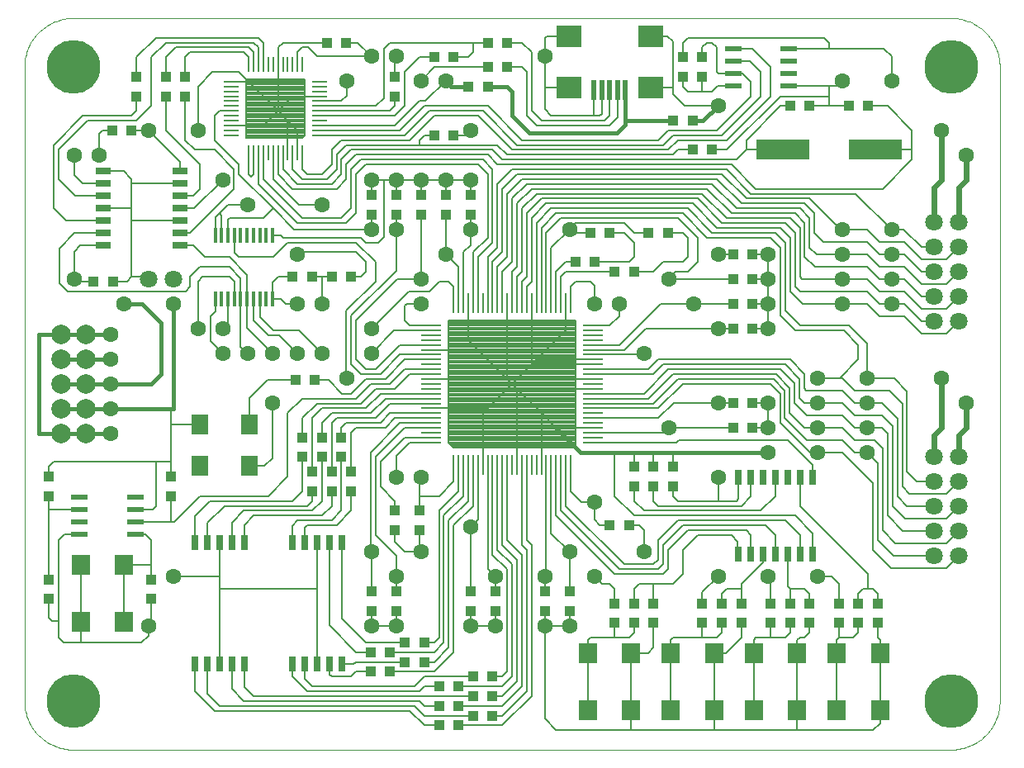
<source format=gtl>
G75*
%MOIN*%
%OFA0B0*%
%FSLAX24Y24*%
%IPPOS*%
%LPD*%
%AMOC8*
5,1,8,0,0,1.08239X$1,22.5*
%
%ADD10C,0.0000*%
%ADD11R,0.0098X0.0787*%
%ADD12R,0.0787X0.0098*%
%ADD13C,0.0787*%
%ADD14C,0.0080*%
%ADD15C,0.0630*%
%ADD16R,0.0394X0.0394*%
%ADD17R,0.0591X0.0098*%
%ADD18R,0.0098X0.0591*%
%ADD19R,0.0197X0.0787*%
%ADD20R,0.0984X0.0866*%
%ADD21R,0.0138X0.0591*%
%ADD22C,0.2165*%
%ADD23R,0.0276X0.0591*%
%ADD24R,0.0719X0.0846*%
%ADD25C,0.0709*%
%ADD26R,0.0591X0.0299*%
%ADD27R,0.0709X0.0236*%
%ADD28R,0.2165X0.0787*%
%ADD29R,0.0709X0.0787*%
%ADD30R,0.0299X0.0591*%
%ADD31C,0.0157*%
%ADD32C,0.0160*%
%ADD33C,0.0236*%
D10*
X006006Y004037D02*
X006006Y029628D01*
X006005Y029628D02*
X006007Y029714D01*
X006012Y029800D01*
X006022Y029885D01*
X006035Y029970D01*
X006052Y030054D01*
X006072Y030138D01*
X006096Y030220D01*
X006124Y030301D01*
X006155Y030382D01*
X006189Y030460D01*
X006227Y030537D01*
X006269Y030613D01*
X006313Y030686D01*
X006361Y030757D01*
X006412Y030827D01*
X006466Y030894D01*
X006522Y030958D01*
X006582Y031020D01*
X006644Y031080D01*
X006708Y031136D01*
X006775Y031190D01*
X006845Y031241D01*
X006916Y031289D01*
X006990Y031333D01*
X007065Y031375D01*
X007142Y031413D01*
X007220Y031447D01*
X007301Y031478D01*
X007382Y031506D01*
X007464Y031530D01*
X007548Y031550D01*
X007632Y031567D01*
X007717Y031580D01*
X007802Y031590D01*
X007888Y031595D01*
X007974Y031597D01*
X007974Y031596D02*
X043407Y031596D01*
X043407Y031597D02*
X043493Y031595D01*
X043579Y031590D01*
X043664Y031580D01*
X043749Y031567D01*
X043833Y031550D01*
X043917Y031530D01*
X043999Y031506D01*
X044080Y031478D01*
X044161Y031447D01*
X044239Y031413D01*
X044316Y031375D01*
X044392Y031333D01*
X044465Y031289D01*
X044536Y031241D01*
X044606Y031190D01*
X044673Y031136D01*
X044737Y031080D01*
X044799Y031020D01*
X044859Y030958D01*
X044915Y030894D01*
X044969Y030827D01*
X045020Y030757D01*
X045068Y030686D01*
X045112Y030613D01*
X045154Y030537D01*
X045192Y030460D01*
X045226Y030382D01*
X045257Y030301D01*
X045285Y030220D01*
X045309Y030138D01*
X045329Y030054D01*
X045346Y029970D01*
X045359Y029885D01*
X045369Y029800D01*
X045374Y029714D01*
X045376Y029628D01*
X045376Y004037D01*
X045374Y003951D01*
X045369Y003865D01*
X045359Y003780D01*
X045346Y003695D01*
X045329Y003611D01*
X045309Y003527D01*
X045285Y003445D01*
X045257Y003364D01*
X045226Y003283D01*
X045192Y003205D01*
X045154Y003128D01*
X045112Y003052D01*
X045068Y002979D01*
X045020Y002908D01*
X044969Y002838D01*
X044915Y002771D01*
X044859Y002707D01*
X044799Y002645D01*
X044737Y002585D01*
X044673Y002529D01*
X044606Y002475D01*
X044536Y002424D01*
X044465Y002376D01*
X044392Y002332D01*
X044316Y002290D01*
X044239Y002252D01*
X044161Y002218D01*
X044080Y002187D01*
X043999Y002159D01*
X043917Y002135D01*
X043833Y002115D01*
X043749Y002098D01*
X043664Y002085D01*
X043579Y002075D01*
X043493Y002070D01*
X043407Y002068D01*
X043407Y002069D02*
X007974Y002069D01*
X007974Y002068D02*
X007888Y002070D01*
X007802Y002075D01*
X007717Y002085D01*
X007632Y002098D01*
X007548Y002115D01*
X007464Y002135D01*
X007382Y002159D01*
X007301Y002187D01*
X007220Y002218D01*
X007142Y002252D01*
X007065Y002290D01*
X006989Y002332D01*
X006916Y002376D01*
X006845Y002424D01*
X006775Y002475D01*
X006708Y002529D01*
X006644Y002585D01*
X006582Y002645D01*
X006522Y002707D01*
X006466Y002771D01*
X006412Y002838D01*
X006361Y002908D01*
X006313Y002979D01*
X006269Y003053D01*
X006227Y003128D01*
X006189Y003205D01*
X006155Y003283D01*
X006124Y003364D01*
X006096Y003445D01*
X006072Y003527D01*
X006052Y003611D01*
X006035Y003695D01*
X006022Y003780D01*
X006012Y003865D01*
X006007Y003951D01*
X006005Y004037D01*
D11*
X023328Y013565D03*
X023525Y013565D03*
X023722Y013565D03*
X023919Y013565D03*
X024116Y013565D03*
X024313Y013565D03*
X024509Y013565D03*
X024706Y013565D03*
X024903Y013565D03*
X025100Y013565D03*
X025297Y013565D03*
X025494Y013565D03*
X025691Y013565D03*
X025887Y013565D03*
X026084Y013565D03*
X026281Y013565D03*
X026478Y013565D03*
X026675Y013565D03*
X026872Y013565D03*
X027069Y013565D03*
X027265Y013565D03*
X027462Y013565D03*
X027659Y013565D03*
X027856Y013565D03*
X028053Y013565D03*
X028053Y020100D03*
X027856Y020100D03*
X027659Y020100D03*
X027462Y020100D03*
X027265Y020100D03*
X027069Y020100D03*
X026872Y020100D03*
X026675Y020100D03*
X026478Y020100D03*
X026281Y020100D03*
X026084Y020100D03*
X025887Y020100D03*
X025691Y020100D03*
X025494Y020100D03*
X025297Y020100D03*
X025100Y020100D03*
X024903Y020100D03*
X024706Y020100D03*
X024509Y020100D03*
X024313Y020100D03*
X024116Y020100D03*
X023919Y020100D03*
X023722Y020100D03*
X023525Y020100D03*
X023328Y020100D03*
D12*
X022423Y019194D03*
X022423Y018998D03*
X022423Y018801D03*
X022423Y018604D03*
X022423Y018407D03*
X022423Y018210D03*
X022423Y018013D03*
X022423Y017817D03*
X022423Y017620D03*
X022423Y017423D03*
X022423Y017226D03*
X022423Y017029D03*
X022423Y016832D03*
X022423Y016635D03*
X022423Y016439D03*
X022423Y016242D03*
X022423Y016045D03*
X022423Y015848D03*
X022423Y015651D03*
X022423Y015454D03*
X022423Y015257D03*
X022423Y015061D03*
X022423Y014864D03*
X022423Y014667D03*
X022423Y014470D03*
X028958Y014470D03*
X028958Y014667D03*
X028958Y014864D03*
X028958Y015061D03*
X028958Y015257D03*
X028958Y015454D03*
X028958Y015651D03*
X028958Y015848D03*
X028958Y016045D03*
X028958Y016242D03*
X028958Y016439D03*
X028958Y016635D03*
X028958Y016832D03*
X028958Y017029D03*
X028958Y017226D03*
X028958Y017423D03*
X028958Y017620D03*
X028958Y017817D03*
X028958Y018013D03*
X028958Y018210D03*
X028958Y018407D03*
X028958Y018604D03*
X028958Y018801D03*
X028958Y018998D03*
X028958Y019194D03*
D13*
X008474Y018832D03*
X007474Y018832D03*
X007474Y017832D03*
X008474Y017832D03*
X008474Y016832D03*
X008474Y015832D03*
X007474Y015832D03*
X007474Y016832D03*
X007474Y014832D03*
X008474Y014832D03*
D14*
X008474Y015832D02*
X009474Y015832D01*
X009474Y016832D02*
X007580Y016832D01*
X007187Y013683D02*
X011320Y013683D01*
X011320Y011911D01*
X011177Y011767D01*
X010474Y011767D01*
X010474Y011267D02*
X011911Y011267D01*
X011911Y012305D01*
X011911Y013092D02*
X011911Y013683D01*
X011911Y015191D01*
X011911Y015832D01*
X011911Y015191D02*
X013076Y015191D01*
X011911Y013683D02*
X011320Y013683D01*
X013092Y012305D02*
X012055Y011267D01*
X011911Y011267D01*
X012880Y011502D02*
X012880Y010435D01*
X013380Y010435D02*
X013380Y011214D01*
X014076Y011911D01*
X017423Y011911D01*
X017620Y012108D01*
X017620Y012502D01*
X017226Y012502D02*
X016832Y012108D01*
X013486Y012108D01*
X012880Y011502D01*
X013092Y012305D02*
X015848Y012305D01*
X016635Y013092D01*
X016635Y015651D01*
X017226Y016242D01*
X019391Y016242D01*
X019982Y016832D01*
X020769Y016832D01*
X021360Y017423D01*
X022423Y017423D01*
X022423Y017226D02*
X021557Y017226D01*
X020966Y016635D01*
X020179Y016635D01*
X019588Y016045D01*
X017817Y016045D01*
X017226Y015454D01*
X017226Y014667D01*
X018013Y014667D02*
X018013Y015257D01*
X018407Y015651D01*
X019982Y015651D01*
X020572Y016242D01*
X022423Y016242D01*
X022423Y016439D02*
X020376Y016439D01*
X019785Y015848D01*
X018013Y015848D01*
X017620Y015454D01*
X017620Y013289D01*
X018013Y013880D02*
X018013Y012108D01*
X017620Y011714D01*
X014864Y011714D01*
X014380Y011230D01*
X014380Y010435D01*
X014880Y010435D02*
X014880Y011139D01*
X015257Y011517D01*
X018013Y011517D01*
X018407Y011911D01*
X018407Y012502D01*
X018407Y013289D02*
X018407Y015257D01*
X018604Y015454D01*
X020179Y015454D01*
X020769Y016045D01*
X022423Y016045D01*
X022423Y015848D02*
X024706Y015848D01*
X025691Y016832D01*
X025887Y017029D01*
X026478Y017620D01*
X028958Y017620D01*
X028958Y017817D02*
X026675Y017817D01*
X026478Y017620D01*
X026478Y020100D01*
X026675Y020100D02*
X026675Y023328D01*
X027265Y023919D01*
X032777Y023919D01*
X033761Y022935D01*
X036320Y022935D01*
X036714Y022541D01*
X036714Y019785D01*
X037305Y019194D01*
X039273Y019194D01*
X040006Y018462D01*
X040006Y017069D01*
X041112Y017069D01*
X041635Y016545D01*
X041635Y013289D01*
X042013Y012911D01*
X042710Y012911D01*
X043210Y012411D02*
X041726Y012411D01*
X041439Y012698D01*
X041439Y016045D01*
X040915Y016569D01*
X039506Y016569D01*
X039006Y017069D01*
X038919Y017069D01*
X039667Y017817D01*
X039667Y018407D01*
X039076Y018998D01*
X037108Y018998D01*
X036517Y019588D01*
X036517Y022344D01*
X036124Y022738D01*
X033565Y022738D01*
X032580Y023722D01*
X027462Y023722D01*
X026872Y023131D01*
X026872Y020100D01*
X027069Y020100D02*
X027069Y022935D01*
X027659Y023525D01*
X032383Y023525D01*
X033171Y022738D01*
X033171Y021754D01*
X032777Y021360D01*
X032297Y021360D01*
X032006Y021069D01*
X034612Y021069D01*
X035399Y021069D02*
X036006Y021069D01*
X036006Y020069D01*
X036006Y019069D01*
X035399Y019069D01*
X034612Y019069D02*
X034006Y019069D01*
X031076Y019069D01*
X030218Y018210D01*
X028958Y018210D01*
X028958Y018013D02*
X030950Y018013D01*
X031006Y018069D01*
X031596Y017817D02*
X036911Y017817D01*
X037486Y017242D01*
X037486Y016651D01*
X037569Y016569D01*
X039006Y016569D01*
X039506Y016069D01*
X040006Y016069D01*
X040612Y016069D01*
X041242Y015439D01*
X041242Y012305D01*
X041635Y011911D01*
X042710Y011911D01*
X043210Y011411D02*
X041545Y011411D01*
X041045Y011911D01*
X041045Y015135D01*
X040612Y015569D01*
X039506Y015569D01*
X039006Y016069D01*
X038006Y016069D01*
X037478Y016069D01*
X037289Y016257D01*
X037289Y017045D01*
X036714Y017620D01*
X031793Y017620D01*
X031399Y017226D01*
X028958Y017226D01*
X028958Y017423D02*
X031202Y017423D01*
X031596Y017817D01*
X031990Y017423D02*
X036517Y017423D01*
X037092Y016848D01*
X037092Y016072D01*
X037596Y015569D01*
X039006Y015569D01*
X039506Y015069D01*
X040612Y015069D01*
X040848Y014832D01*
X040848Y011517D01*
X041454Y010911D01*
X042710Y010911D01*
X043210Y011411D02*
X043710Y011911D01*
X043210Y012411D02*
X043710Y012911D01*
X043710Y010911D02*
X043210Y010411D01*
X041167Y010411D01*
X040651Y010927D01*
X040651Y014226D01*
X040309Y014569D01*
X039506Y014569D01*
X039006Y015069D01*
X038006Y015069D01*
X037490Y015069D01*
X036895Y015663D01*
X036895Y016679D01*
X036348Y017226D01*
X032187Y017226D01*
X031202Y016242D01*
X028958Y016242D01*
X028958Y016439D02*
X031006Y016439D01*
X031990Y017423D01*
X032383Y017029D02*
X036242Y017029D01*
X036698Y016572D01*
X036698Y015470D01*
X037600Y014569D01*
X039006Y014569D01*
X039506Y014069D01*
X040006Y014069D01*
X040454Y013620D01*
X040454Y010533D01*
X041076Y009911D01*
X042710Y009911D01*
X043210Y009411D02*
X040986Y009411D01*
X040257Y010139D01*
X040257Y012817D01*
X039006Y014069D01*
X038006Y014069D01*
X037714Y014069D01*
X036517Y015265D01*
X036517Y016439D01*
X036124Y016832D01*
X032580Y016832D01*
X031596Y015848D01*
X028958Y015848D01*
X028958Y016045D02*
X031399Y016045D01*
X032383Y017029D01*
X032210Y016069D02*
X031596Y015454D01*
X028958Y015454D01*
X028958Y015061D02*
X027462Y015061D01*
X026872Y015651D01*
X025887Y016635D01*
X025691Y016832D01*
X025494Y017029D01*
X025494Y020100D01*
X025691Y020100D02*
X025691Y021360D01*
X025887Y021557D01*
X025887Y024116D01*
X026478Y024706D01*
X033565Y024706D01*
X034549Y023722D01*
X037108Y023722D01*
X037502Y023328D01*
X037502Y021950D01*
X037915Y021569D01*
X040006Y021569D01*
X040506Y021069D01*
X041506Y021069D01*
X042214Y020360D01*
X042710Y020360D01*
X042214Y020860D02*
X043210Y020860D01*
X043710Y021360D01*
X043210Y021860D02*
X042214Y021860D01*
X041506Y022569D01*
X040506Y022569D01*
X040006Y023069D01*
X038943Y023069D01*
X037698Y024313D01*
X035139Y024313D01*
X034155Y025297D01*
X025887Y025297D01*
X025297Y024706D01*
X025297Y022147D01*
X024903Y021754D01*
X024903Y020100D01*
X024706Y020100D02*
X024706Y021950D01*
X025100Y022344D01*
X025100Y024903D01*
X025691Y025494D01*
X034352Y025494D01*
X035336Y024509D01*
X039565Y024509D01*
X041006Y023069D01*
X041502Y023069D01*
X042210Y022360D01*
X042710Y022360D01*
X043210Y021860D02*
X043710Y022360D01*
X042710Y021360D02*
X042214Y021360D01*
X041506Y022069D01*
X040506Y022069D01*
X040006Y022569D01*
X038261Y022569D01*
X037895Y022935D01*
X037895Y023722D01*
X037502Y024116D01*
X034943Y024116D01*
X033958Y025100D01*
X026084Y025100D01*
X025494Y024509D01*
X025494Y021950D01*
X025100Y021557D01*
X025100Y020100D01*
X025297Y020100D02*
X025297Y021360D01*
X025691Y021754D01*
X025691Y024313D01*
X026281Y024903D01*
X033761Y024903D01*
X034746Y023919D01*
X037305Y023919D01*
X037698Y023525D01*
X037698Y022344D01*
X037974Y022069D01*
X040006Y022069D01*
X040506Y021569D01*
X041506Y021569D01*
X042214Y020860D01*
X041506Y020569D02*
X040506Y020569D01*
X040006Y021069D01*
X037399Y021069D01*
X037305Y021163D01*
X037305Y023131D01*
X036911Y023525D01*
X034352Y023525D01*
X033368Y024509D01*
X026675Y024509D01*
X026084Y023919D01*
X026084Y021360D01*
X025887Y021163D01*
X025887Y020100D01*
X026084Y020100D02*
X026084Y020966D01*
X026281Y021163D01*
X026281Y023722D01*
X026872Y024313D01*
X033171Y024313D01*
X034155Y023328D01*
X036714Y023328D01*
X037108Y022935D01*
X037108Y020769D01*
X037309Y020569D01*
X040006Y020569D01*
X040506Y020069D01*
X041506Y020069D01*
X042214Y019360D01*
X042710Y019360D01*
X042214Y019860D02*
X043210Y019860D01*
X043710Y020360D01*
X043710Y019360D02*
X043210Y018860D01*
X042214Y018860D01*
X041506Y019569D01*
X040506Y019569D01*
X040006Y020069D01*
X037415Y020069D01*
X036911Y020572D01*
X036911Y022738D01*
X036517Y023131D01*
X033958Y023131D01*
X032974Y024116D01*
X027069Y024116D01*
X026478Y023525D01*
X026478Y020966D01*
X026281Y020769D01*
X026281Y020100D01*
X027265Y020100D02*
X027265Y022328D01*
X028006Y023069D01*
X028265Y023328D01*
X030218Y023328D01*
X030612Y022935D01*
X031202Y022935D01*
X030612Y022541D02*
X030612Y021950D01*
X030415Y021754D01*
X029037Y021754D01*
X029824Y021360D02*
X027856Y021360D01*
X027659Y021163D01*
X027659Y020100D01*
X027462Y020100D02*
X027462Y021360D01*
X027856Y021754D01*
X028250Y021754D01*
X028250Y020966D02*
X028840Y020966D01*
X029006Y020801D01*
X029006Y020069D01*
X028958Y019194D02*
X029628Y019194D01*
X030006Y019572D01*
X030006Y020069D01*
X030612Y021360D02*
X031399Y021360D01*
X031793Y021754D01*
X032580Y021754D01*
X032777Y021950D01*
X032777Y022738D01*
X032580Y022935D01*
X031990Y022935D01*
X030612Y022541D02*
X030218Y022935D01*
X029628Y022935D01*
X028840Y022935D02*
X028139Y022935D01*
X028006Y023069D01*
X028250Y020966D02*
X028053Y020769D01*
X028053Y020100D01*
X027856Y020100D02*
X027856Y018998D01*
X026675Y017817D01*
X025887Y017029D02*
X028958Y017029D01*
X028958Y016635D02*
X025887Y016635D01*
X025887Y013565D01*
X026084Y013565D02*
X026084Y010336D01*
X026281Y010139D01*
X026281Y004431D01*
X025297Y003446D01*
X024903Y003446D01*
X025297Y003053D02*
X023525Y003053D01*
X024116Y003446D02*
X022147Y003446D01*
X021754Y003840D01*
X013880Y003840D01*
X013380Y004340D01*
X013380Y005513D01*
X013880Y005513D02*
X013880Y008562D01*
X013880Y009069D01*
X012006Y009069D01*
X011124Y008943D02*
X011124Y009519D01*
X011124Y009746D01*
X011124Y010533D01*
X010889Y010767D01*
X010474Y010767D01*
X010026Y009519D02*
X011124Y009519D01*
X010026Y009519D02*
X010026Y007216D01*
X011006Y007069D02*
X011006Y006675D01*
X010730Y006399D01*
X008284Y006399D01*
X008284Y007216D01*
X008284Y009519D01*
X008230Y010767D02*
X007618Y010767D01*
X007383Y010533D01*
X007383Y007265D01*
X007383Y006596D01*
X007580Y006399D01*
X008284Y006399D01*
X007383Y007265D02*
X007108Y007265D01*
X006990Y007383D01*
X006990Y008155D01*
X006990Y008943D02*
X006990Y011767D01*
X008230Y011767D01*
X006990Y011767D02*
X006990Y012305D01*
X006990Y013092D02*
X006990Y013486D01*
X007187Y013683D01*
X013506Y018569D02*
X013506Y019569D01*
X013712Y019775D01*
X013712Y020277D01*
X014224Y020277D02*
X014224Y019287D01*
X014006Y019069D01*
X013506Y018569D02*
X014006Y018069D01*
X014736Y018338D02*
X015006Y018069D01*
X014736Y018338D02*
X014736Y020277D01*
X014736Y021094D01*
X014273Y021557D01*
X013092Y021557D01*
X012698Y021163D01*
X012698Y020761D01*
X012506Y020569D01*
X007742Y020569D01*
X007423Y020887D01*
X007423Y022305D01*
X008037Y022919D01*
X009175Y022919D01*
X009175Y022419D02*
X008246Y022419D01*
X008006Y022179D01*
X008006Y021069D01*
X008108Y020966D01*
X008801Y020966D01*
X009588Y020966D02*
X010139Y020966D01*
X010336Y021163D01*
X010336Y023419D01*
X012285Y023419D01*
X012285Y023919D02*
X012856Y023919D01*
X014006Y025069D01*
X014470Y024706D02*
X012683Y022919D01*
X012285Y022919D01*
X012285Y022419D02*
X012820Y022419D01*
X013289Y021950D01*
X014273Y021950D01*
X014992Y021232D01*
X014992Y020277D01*
X014992Y019082D01*
X016006Y018069D01*
X015848Y018801D02*
X016273Y018801D01*
X017006Y018069D01*
X017076Y018998D02*
X016045Y018998D01*
X015504Y019539D01*
X015504Y020277D01*
X015248Y020277D02*
X015248Y019401D01*
X015848Y018801D01*
X017076Y018998D02*
X018006Y018069D01*
X017734Y016990D02*
X018281Y016990D01*
X018832Y016439D01*
X019194Y016439D01*
X019785Y017029D01*
X020572Y017029D01*
X021360Y017817D01*
X022423Y017817D01*
X022423Y018013D02*
X021163Y018013D01*
X020376Y017226D01*
X019588Y017226D01*
X019194Y017620D01*
X019194Y019588D01*
X021006Y021399D01*
X021006Y023069D01*
X021006Y023675D01*
X022006Y023675D02*
X022006Y021069D01*
X021069Y021069D01*
X019391Y019391D01*
X019391Y017817D01*
X019785Y017423D01*
X020179Y017423D01*
X021163Y018407D01*
X022423Y018407D01*
X022423Y018210D02*
X024313Y018210D01*
X023919Y018604D01*
X023919Y020100D01*
X024116Y020100D02*
X024116Y022147D01*
X024706Y022738D01*
X024706Y025297D01*
X024313Y025691D01*
X019785Y025691D01*
X019391Y025297D01*
X019391Y023722D01*
X018998Y023328D01*
X017029Y023328D01*
X015454Y024903D01*
X015454Y026163D01*
X015257Y026163D02*
X015257Y025297D01*
X015159Y025198D01*
X015061Y025297D01*
X015061Y026163D01*
X015651Y026163D02*
X015651Y025100D01*
X017226Y023525D01*
X018801Y023525D01*
X019194Y023919D01*
X019194Y025494D01*
X019588Y025887D01*
X024509Y025887D01*
X024903Y025494D01*
X024903Y022541D01*
X024313Y021950D01*
X024313Y020100D01*
X023722Y020100D02*
X023722Y022147D01*
X024006Y022431D01*
X024006Y023069D01*
X024006Y023675D01*
X023006Y023675D02*
X023006Y022069D01*
X023525Y021549D01*
X023525Y020100D01*
X023328Y020100D02*
X023328Y020769D01*
X023131Y020966D01*
X022738Y020966D01*
X022340Y020569D01*
X021506Y020569D01*
X020006Y019069D01*
X020935Y018998D02*
X020006Y018069D01*
X020935Y018998D02*
X022423Y018998D01*
X022423Y019194D02*
X021557Y019194D01*
X021360Y019391D01*
X021360Y019982D01*
X021446Y020069D01*
X022006Y020069D01*
X023131Y019391D02*
X028250Y019391D01*
X028250Y014273D01*
X023328Y014273D01*
X023131Y014470D01*
X023131Y019391D01*
X023131Y019339D02*
X028250Y019339D01*
X028250Y019260D02*
X023131Y019260D01*
X023131Y019182D02*
X028250Y019182D01*
X028250Y019103D02*
X023131Y019103D01*
X023131Y019025D02*
X028250Y019025D01*
X028250Y018946D02*
X023131Y018946D01*
X023131Y018868D02*
X028250Y018868D01*
X028250Y018789D02*
X023131Y018789D01*
X023131Y018711D02*
X028250Y018711D01*
X028250Y018632D02*
X023131Y018632D01*
X023131Y018554D02*
X028250Y018554D01*
X028250Y018475D02*
X023131Y018475D01*
X023131Y018397D02*
X028250Y018397D01*
X028250Y018318D02*
X023131Y018318D01*
X023131Y018240D02*
X028250Y018240D01*
X028250Y018161D02*
X023131Y018161D01*
X023131Y018083D02*
X028250Y018083D01*
X028250Y018004D02*
X023131Y018004D01*
X023131Y017926D02*
X028250Y017926D01*
X028250Y017847D02*
X023131Y017847D01*
X023131Y017769D02*
X028250Y017769D01*
X028250Y017690D02*
X023131Y017690D01*
X023131Y017612D02*
X028250Y017612D01*
X028250Y017533D02*
X023131Y017533D01*
X023131Y017455D02*
X028250Y017455D01*
X028250Y017376D02*
X023131Y017376D01*
X023131Y017298D02*
X028250Y017298D01*
X028250Y017219D02*
X023131Y017219D01*
X023131Y017141D02*
X028250Y017141D01*
X028250Y017062D02*
X023131Y017062D01*
X023131Y016984D02*
X028250Y016984D01*
X028250Y016905D02*
X023131Y016905D01*
X023131Y016827D02*
X028250Y016827D01*
X028250Y016748D02*
X023131Y016748D01*
X023131Y016670D02*
X028250Y016670D01*
X028250Y016591D02*
X023131Y016591D01*
X023131Y016513D02*
X028250Y016513D01*
X028250Y016434D02*
X023131Y016434D01*
X023131Y016356D02*
X028250Y016356D01*
X028250Y016277D02*
X023131Y016277D01*
X023131Y016199D02*
X028250Y016199D01*
X028250Y016120D02*
X023131Y016120D01*
X023131Y016042D02*
X028250Y016042D01*
X028250Y015963D02*
X023131Y015963D01*
X023131Y015885D02*
X028250Y015885D01*
X028250Y015806D02*
X023131Y015806D01*
X023131Y015728D02*
X028250Y015728D01*
X028250Y015649D02*
X023131Y015649D01*
X023131Y015571D02*
X028250Y015571D01*
X028250Y015492D02*
X023131Y015492D01*
X023131Y015414D02*
X028250Y015414D01*
X028250Y015335D02*
X023131Y015335D01*
X023131Y015257D02*
X028250Y015257D01*
X028250Y015178D02*
X023131Y015178D01*
X023131Y015100D02*
X028250Y015100D01*
X028250Y015021D02*
X023131Y015021D01*
X023131Y014943D02*
X028250Y014943D01*
X028250Y014864D02*
X023131Y014864D01*
X023131Y014786D02*
X028250Y014786D01*
X028250Y014707D02*
X023131Y014707D01*
X023131Y014629D02*
X028250Y014629D01*
X028250Y014550D02*
X023131Y014550D01*
X023131Y014472D02*
X028250Y014472D01*
X028250Y014393D02*
X023209Y014393D01*
X023287Y014315D02*
X028250Y014315D01*
X028958Y014470D02*
X032332Y014470D01*
X032431Y014569D01*
X036813Y014569D01*
X037820Y013561D01*
X037820Y013072D01*
X037320Y013072D02*
X037320Y011895D01*
X040061Y009155D01*
X040061Y008565D01*
X040257Y008565D01*
X040454Y008368D01*
X040454Y007974D01*
X040061Y008565D02*
X039864Y008565D01*
X039667Y008368D01*
X039667Y007974D01*
X039667Y007187D02*
X039667Y006793D01*
X039470Y006596D01*
X038880Y006596D01*
X038880Y007187D01*
X038880Y006596D02*
X038796Y006512D01*
X038796Y005976D01*
X038796Y003673D01*
X037192Y003673D02*
X037192Y002856D01*
X040257Y002856D01*
X040538Y003136D01*
X040538Y003673D01*
X040538Y005976D01*
X040538Y006483D01*
X040454Y006596D01*
X040454Y007187D01*
X038880Y007974D02*
X038880Y008761D01*
X038572Y009069D01*
X038006Y009069D01*
X037502Y008565D02*
X036911Y008565D01*
X036911Y007974D01*
X036911Y008565D02*
X036820Y008655D01*
X036820Y009962D01*
X036320Y009962D02*
X036320Y010730D01*
X035927Y011124D01*
X032580Y011124D01*
X031793Y010336D01*
X031793Y009549D01*
X031596Y009352D01*
X030021Y009352D01*
X027659Y011714D01*
X027659Y013565D01*
X027462Y013565D02*
X027462Y011517D01*
X029824Y009155D01*
X031793Y009155D01*
X031990Y009352D01*
X031990Y010139D01*
X032777Y010927D01*
X035139Y010927D01*
X035320Y010746D01*
X035320Y009962D01*
X034820Y009962D02*
X034801Y009943D01*
X034801Y010478D01*
X034549Y010730D01*
X033171Y010730D01*
X032580Y010139D01*
X032580Y009155D01*
X032187Y008761D01*
X031399Y008761D01*
X031399Y007974D01*
X030612Y007974D02*
X030612Y008565D01*
X030809Y008761D01*
X031399Y008761D01*
X031399Y009549D02*
X031596Y009746D01*
X031596Y010533D01*
X032383Y011320D01*
X036714Y011320D01*
X037320Y010714D01*
X037320Y009962D01*
X037820Y009962D02*
X037820Y010805D01*
X037108Y011517D01*
X030612Y011517D01*
X029824Y012305D01*
X029824Y014069D01*
X030612Y014069D02*
X030612Y013486D01*
X031399Y013486D02*
X031399Y014069D01*
X032187Y014069D02*
X032187Y013486D01*
X032187Y012698D02*
X032187Y012305D01*
X032383Y012108D01*
X034006Y012108D01*
X034006Y013069D01*
X034820Y013072D02*
X034820Y012183D01*
X034746Y012108D01*
X034006Y012108D01*
X034943Y011911D02*
X031596Y011911D01*
X031399Y012108D01*
X031399Y012698D01*
X030612Y012698D02*
X030612Y012108D01*
X031006Y011714D01*
X035730Y011714D01*
X036320Y012305D01*
X036320Y013072D01*
X035320Y013072D02*
X035320Y012289D01*
X034943Y011911D01*
X035820Y009962D02*
X035820Y009639D01*
X034943Y008761D01*
X034943Y008565D01*
X034943Y007974D01*
X034943Y008565D02*
X034352Y008565D01*
X034155Y008368D01*
X034155Y007974D01*
X033368Y007974D02*
X033368Y008431D01*
X034006Y009069D01*
X036006Y009069D02*
X036124Y008950D01*
X036124Y007974D01*
X036124Y007187D02*
X036124Y006596D01*
X035533Y006596D01*
X035449Y006512D01*
X035449Y005976D01*
X035449Y003673D01*
X033845Y003673D02*
X033845Y002856D01*
X037192Y002856D01*
X037192Y003673D02*
X037192Y005976D01*
X037192Y006483D01*
X037305Y006596D01*
X037502Y006596D01*
X037698Y006793D01*
X037698Y007187D01*
X036911Y007187D02*
X036911Y006793D01*
X036714Y006596D01*
X036124Y006596D01*
X034943Y006596D02*
X034322Y005976D01*
X033845Y005976D01*
X033845Y003673D01*
X033845Y002856D02*
X030499Y002856D01*
X027462Y002856D01*
X027006Y003313D01*
X027006Y007069D01*
X028006Y007069D01*
X028006Y007675D01*
X028006Y008462D02*
X028006Y010069D01*
X027265Y010809D01*
X027265Y013565D01*
X027069Y013565D02*
X027069Y009131D01*
X027006Y009069D01*
X027006Y008462D01*
X027006Y007675D02*
X027006Y007069D01*
X028756Y006512D02*
X028756Y005976D01*
X028756Y003673D01*
X030499Y003673D02*
X030499Y002856D01*
X030499Y003673D02*
X030499Y005976D01*
X031173Y005976D01*
X031399Y006202D01*
X031399Y007187D01*
X030612Y007187D02*
X030612Y006793D01*
X030415Y006596D01*
X029824Y006596D01*
X029824Y007187D01*
X029824Y006596D02*
X028840Y006596D01*
X028756Y006512D01*
X029824Y007974D02*
X029824Y008565D01*
X029628Y008761D01*
X029313Y008761D01*
X029006Y009069D01*
X030218Y009549D02*
X031399Y009549D01*
X031006Y010069D02*
X031006Y010927D01*
X030809Y011124D01*
X030415Y011124D01*
X029628Y011124D02*
X029234Y011124D01*
X029006Y011352D01*
X029006Y012069D01*
X028486Y012069D01*
X028053Y012502D01*
X028053Y013565D01*
X027856Y013565D02*
X027856Y011911D01*
X030218Y009549D01*
X033368Y007187D02*
X033368Y006596D01*
X032187Y006596D01*
X032103Y006512D01*
X032103Y005976D01*
X032103Y003673D01*
X033368Y006596D02*
X033958Y006596D01*
X034155Y006793D01*
X034155Y007187D01*
X034943Y007187D02*
X034943Y006596D01*
X037698Y007974D02*
X037698Y008368D01*
X037502Y008565D01*
X043210Y009411D02*
X043710Y009911D01*
X036006Y015069D02*
X036006Y016069D01*
X035399Y016069D01*
X034612Y016069D02*
X034006Y016069D01*
X032210Y016069D01*
X032006Y015069D02*
X031998Y015069D01*
X031793Y014864D01*
X028958Y014864D01*
X026872Y015651D02*
X026872Y013565D01*
X026281Y013565D02*
X026281Y010533D01*
X026478Y010336D01*
X026478Y004234D01*
X025297Y003053D01*
X025297Y003840D02*
X023525Y003840D01*
X024116Y004234D02*
X015257Y004234D01*
X014880Y004612D01*
X014880Y005513D01*
X014380Y005513D02*
X014380Y004521D01*
X014864Y004037D01*
X021950Y004037D01*
X022147Y003840D01*
X022738Y003840D01*
X021950Y004431D02*
X022147Y004628D01*
X022738Y004628D01*
X022541Y005218D02*
X020769Y005218D01*
X019982Y005218D02*
X019391Y005218D01*
X019194Y005021D01*
X018407Y005021D01*
X018317Y005112D01*
X018317Y005513D01*
X018817Y005513D02*
X019293Y005513D01*
X019391Y005612D01*
X021360Y005612D01*
X022147Y005612D02*
X022541Y005612D01*
X023131Y006202D01*
X023131Y011320D01*
X023919Y012108D01*
X023919Y013565D01*
X024116Y013565D02*
X024116Y011911D01*
X023328Y011124D01*
X023328Y006006D01*
X022541Y005218D01*
X022147Y005021D02*
X024116Y005021D01*
X023525Y004628D02*
X025297Y004628D01*
X025691Y005021D01*
X025691Y009549D01*
X025100Y010139D01*
X025100Y013565D01*
X024903Y013565D02*
X024903Y009943D01*
X025494Y009352D01*
X025494Y005218D01*
X025297Y005021D01*
X024903Y005021D01*
X024903Y004234D02*
X025297Y004234D01*
X025887Y004824D01*
X025887Y009746D01*
X025297Y010336D01*
X025297Y013565D01*
X025494Y013565D02*
X025494Y010533D01*
X026084Y009943D01*
X026084Y004628D01*
X025297Y003840D01*
X022738Y003053D02*
X022147Y003053D01*
X021557Y003643D01*
X013683Y003643D01*
X012880Y004446D01*
X012880Y005513D01*
X011124Y007187D02*
X011006Y007069D01*
X011124Y007187D02*
X011124Y008155D01*
X013880Y008562D02*
X017817Y008562D01*
X017817Y010435D01*
X018317Y010435D02*
X018317Y007080D01*
X019391Y006006D01*
X019982Y006006D01*
X020769Y006006D02*
X022541Y006006D01*
X022935Y006399D01*
X022935Y011517D01*
X023722Y012305D01*
X023722Y013565D01*
X023525Y013565D02*
X023525Y012502D01*
X022738Y011714D01*
X022738Y006596D01*
X022541Y006399D01*
X022147Y006399D01*
X021360Y006399D02*
X019785Y006399D01*
X018817Y007368D01*
X018817Y010435D01*
X018604Y011124D02*
X017423Y011124D01*
X017317Y011017D01*
X017317Y010435D01*
X016817Y010435D02*
X016817Y011108D01*
X017029Y011320D01*
X018407Y011320D01*
X018801Y011714D01*
X018801Y013880D01*
X019194Y013289D02*
X019194Y014864D01*
X019391Y015061D01*
X020572Y015061D01*
X020966Y015454D01*
X022423Y015454D01*
X022423Y015257D02*
X021163Y015257D01*
X019982Y014076D01*
X019982Y010092D01*
X020006Y010069D01*
X020006Y008462D01*
X020006Y007675D02*
X020006Y007069D01*
X021006Y007069D01*
X021006Y007675D01*
X021006Y008462D02*
X021006Y009069D01*
X021006Y009903D01*
X020179Y010730D01*
X020179Y013880D01*
X021360Y015061D01*
X022423Y015061D01*
X022423Y014667D02*
X021360Y014667D01*
X020376Y013683D01*
X020376Y012698D01*
X020966Y012108D01*
X020966Y011714D01*
X020966Y010927D02*
X020966Y010462D01*
X021360Y010069D01*
X022006Y010069D01*
X021950Y010124D01*
X021950Y010927D01*
X021950Y011714D02*
X021950Y012305D01*
X021950Y013013D01*
X022006Y013069D01*
X021950Y012305D02*
X022738Y012305D01*
X023328Y012895D01*
X023328Y013565D01*
X024313Y013565D02*
X024313Y011376D01*
X024006Y011069D01*
X024006Y008462D01*
X024006Y007675D02*
X024006Y007069D01*
X025006Y007069D01*
X025006Y007675D01*
X025006Y008462D02*
X025006Y009069D01*
X024990Y009069D01*
X024706Y009352D01*
X024706Y013565D01*
X024509Y013565D02*
X024509Y015651D01*
X024706Y015848D01*
X025494Y017029D02*
X024313Y018210D01*
X025494Y017029D02*
X022423Y017029D01*
X022423Y015651D02*
X020769Y015651D01*
X020376Y015257D01*
X018998Y015257D01*
X018801Y015061D01*
X018801Y014667D01*
X017226Y013880D02*
X017226Y012502D01*
X016006Y013840D02*
X016006Y016069D01*
X015809Y016990D02*
X015076Y016257D01*
X015076Y015191D01*
X016006Y013840D02*
X015702Y013537D01*
X015076Y013537D01*
X018604Y011124D02*
X019194Y011714D01*
X019194Y012502D01*
X021006Y013069D02*
X021006Y013919D01*
X021557Y014470D01*
X022423Y014470D01*
X019006Y017069D02*
X018998Y017076D01*
X018998Y019785D01*
X020179Y020966D01*
X020179Y021754D01*
X019391Y022541D01*
X016635Y022541D01*
X016045Y021950D01*
X014667Y021950D01*
X014480Y022137D01*
X014480Y022836D01*
X014224Y022836D02*
X014224Y023476D01*
X014273Y023525D01*
X015651Y023525D01*
X016045Y023919D01*
X014667Y025297D01*
X014667Y025691D01*
X013683Y026675D01*
X013683Y027659D01*
X013880Y027856D01*
X014352Y027856D01*
X014962Y027895D02*
X017324Y027895D01*
X017324Y027817D02*
X014962Y027817D01*
X014962Y027738D02*
X017324Y027738D01*
X017324Y027660D02*
X014962Y027660D01*
X014962Y027581D02*
X017324Y027581D01*
X017324Y027503D02*
X014962Y027503D01*
X014962Y027424D02*
X017324Y027424D01*
X017324Y027346D02*
X014962Y027346D01*
X014962Y027267D02*
X017324Y027267D01*
X017324Y027189D02*
X014962Y027189D01*
X014962Y027110D02*
X017324Y027110D01*
X017324Y027032D02*
X014962Y027032D01*
X014962Y026953D02*
X017324Y026953D01*
X017324Y026875D02*
X014962Y026875D01*
X014962Y026796D02*
X017249Y026796D01*
X017226Y026773D02*
X014962Y026773D01*
X014962Y029135D01*
X017324Y029135D01*
X017324Y026872D01*
X017226Y026773D01*
X017029Y027069D02*
X016635Y027462D01*
X016242Y027856D01*
X015061Y029037D01*
X014667Y029431D01*
X013596Y029431D01*
X013006Y028840D01*
X013006Y027069D01*
X012502Y026675D02*
X012895Y026281D01*
X013683Y026281D01*
X014470Y025494D01*
X014470Y024706D01*
X014226Y024069D02*
X013880Y023722D01*
X013968Y023633D01*
X013968Y022836D01*
X013712Y022836D02*
X013712Y023555D01*
X013880Y023722D01*
X014226Y024069D02*
X015006Y024069D01*
X016045Y023919D02*
X016895Y023069D01*
X020006Y023069D01*
X020006Y023675D01*
X019588Y022738D02*
X016439Y022738D01*
X016340Y022836D01*
X016015Y022836D01*
X017006Y022069D02*
X017084Y022147D01*
X019391Y022147D01*
X019785Y021754D01*
X019785Y021360D01*
X019588Y021163D01*
X019194Y021163D01*
X018407Y021163D02*
X018013Y021163D01*
X018006Y021155D01*
X018006Y020069D01*
X017006Y020069D02*
X016549Y020069D01*
X016340Y020277D01*
X016015Y020277D01*
X016015Y020937D01*
X016242Y021163D01*
X016832Y021163D01*
X017620Y021163D02*
X018013Y021163D01*
X019588Y022738D02*
X019785Y022541D01*
X020281Y022541D01*
X020506Y022765D01*
X020506Y025069D01*
X021006Y025069D01*
X022006Y025069D01*
X023006Y025069D01*
X024006Y025069D01*
X024006Y024462D01*
X023006Y024462D02*
X023006Y025069D01*
X022006Y025069D02*
X022006Y024462D01*
X021006Y024462D02*
X021006Y025069D01*
X020506Y025069D02*
X020006Y025069D01*
X020006Y024462D01*
X018998Y025100D02*
X018998Y025691D01*
X019391Y026084D01*
X024706Y026084D01*
X025100Y025691D01*
X034549Y025691D01*
X035533Y024706D01*
X040651Y024706D01*
X041832Y025887D01*
X041832Y026281D01*
X040356Y026281D01*
X041832Y026281D02*
X041832Y027069D01*
X040848Y028053D01*
X040061Y028053D01*
X039273Y028053D02*
X038486Y028053D01*
X038486Y028446D01*
X036517Y028446D01*
X034352Y026281D01*
X033761Y026281D01*
X034352Y026675D02*
X036124Y028446D01*
X036124Y029628D01*
X035374Y030378D01*
X034608Y030378D01*
X034608Y029878D02*
X035283Y029878D01*
X035730Y029431D01*
X035730Y028446D01*
X034155Y026872D01*
X032187Y026872D01*
X031793Y026478D01*
X025887Y026478D01*
X024509Y027856D01*
X022344Y027856D01*
X021360Y026872D01*
X017935Y026872D01*
X017935Y027069D02*
X021163Y027069D01*
X022147Y028053D01*
X024706Y028053D01*
X026084Y026675D01*
X031596Y026675D01*
X031990Y027069D01*
X033958Y027069D01*
X035336Y028446D01*
X035336Y029037D01*
X034996Y029378D01*
X034608Y029378D01*
X034011Y029378D01*
X033958Y029431D01*
X033958Y030415D01*
X033761Y030612D01*
X033565Y030612D01*
X033368Y030415D01*
X033368Y030021D01*
X033368Y029234D02*
X033368Y028643D01*
X033761Y028643D01*
X033996Y028878D01*
X034608Y028878D01*
X034006Y028069D02*
X032663Y028069D01*
X032187Y028545D01*
X032187Y028781D01*
X031281Y028781D01*
X032187Y028781D02*
X032187Y030651D01*
X031970Y030868D01*
X031281Y030868D01*
X032580Y030612D02*
X032580Y030021D01*
X032580Y030612D02*
X032777Y030809D01*
X038289Y030809D01*
X038486Y030612D01*
X038486Y030378D01*
X036852Y030378D01*
X036852Y028878D02*
X038486Y028878D01*
X038486Y028446D01*
X038486Y028053D02*
X037698Y028053D01*
X037990Y028053D01*
X038486Y028878D02*
X038815Y028878D01*
X039006Y029069D01*
X038486Y030378D02*
X040689Y030378D01*
X041006Y030061D01*
X041006Y029069D01*
X036911Y028053D02*
X036517Y028053D01*
X035139Y026675D01*
X035139Y026281D01*
X036616Y026281D01*
X035139Y026281D02*
X034746Y025887D01*
X025297Y025887D01*
X024903Y026281D01*
X019194Y026281D01*
X018801Y025887D01*
X018801Y025297D01*
X018407Y024903D01*
X017029Y024903D01*
X016439Y025494D01*
X016439Y026163D01*
X016635Y026163D02*
X016635Y027462D01*
X016242Y027856D02*
X016242Y029746D01*
X016242Y030415D01*
X016439Y030612D01*
X018210Y030612D01*
X017817Y030069D02*
X020006Y030069D01*
X019462Y030612D01*
X018998Y030612D01*
X017817Y030069D02*
X017470Y030415D01*
X017226Y030415D01*
X017029Y030218D01*
X017029Y029746D01*
X017324Y029073D02*
X014962Y029073D01*
X014962Y028994D02*
X017324Y028994D01*
X017324Y028916D02*
X014962Y028916D01*
X014962Y028837D02*
X017324Y028837D01*
X017324Y028759D02*
X014962Y028759D01*
X014962Y028680D02*
X017324Y028680D01*
X017324Y028602D02*
X014962Y028602D01*
X014962Y028523D02*
X017324Y028523D01*
X017324Y028445D02*
X014962Y028445D01*
X014962Y028366D02*
X017324Y028366D01*
X017324Y028288D02*
X014962Y028288D01*
X014962Y028209D02*
X017324Y028209D01*
X017324Y028131D02*
X014962Y028131D01*
X014962Y028052D02*
X017324Y028052D01*
X017324Y027974D02*
X014962Y027974D01*
X014352Y027265D02*
X015651Y027265D01*
X016242Y027856D01*
X016832Y028446D01*
X017935Y028446D01*
X017935Y028250D02*
X018785Y028250D01*
X019006Y028470D01*
X019006Y029069D01*
X017935Y028053D02*
X020187Y028053D01*
X020506Y028372D01*
X020506Y030372D01*
X020769Y030612D01*
X024116Y030612D01*
X024116Y030218D01*
X023919Y030021D01*
X023328Y030021D01*
X022541Y030021D02*
X021950Y030021D01*
X021360Y029431D01*
X021360Y028053D01*
X020966Y027659D01*
X017935Y027659D01*
X017935Y027856D02*
X020769Y027856D01*
X020966Y028053D01*
X020966Y028446D01*
X020966Y029234D02*
X020966Y030029D01*
X021006Y030069D01*
X022006Y029069D02*
X022565Y029628D01*
X024706Y029628D01*
X025494Y029628D02*
X026084Y029628D01*
X026281Y029431D01*
X026281Y027659D01*
X026675Y027265D01*
X029628Y027265D01*
X029943Y027580D01*
X029943Y028683D01*
X029628Y028683D02*
X029628Y027659D01*
X029431Y027462D01*
X026872Y027462D01*
X026478Y027856D01*
X026478Y030218D01*
X026084Y030612D01*
X025494Y030612D01*
X024706Y030612D02*
X024116Y030612D01*
X023006Y029069D02*
X022187Y028250D01*
X021950Y028250D01*
X020966Y027265D01*
X017935Y027265D01*
X017029Y027069D02*
X017029Y026163D01*
X016832Y026163D02*
X016832Y025494D01*
X017226Y025100D01*
X018210Y025100D01*
X018604Y025494D01*
X018604Y026084D01*
X018998Y026478D01*
X021950Y026478D01*
X021950Y026675D01*
X022147Y026872D01*
X022541Y026872D01*
X021950Y026478D02*
X025100Y026478D01*
X025494Y026084D01*
X032187Y026084D01*
X032383Y026281D01*
X032974Y026281D01*
X032383Y026675D02*
X034352Y026675D01*
X032383Y026675D02*
X031990Y026281D01*
X025691Y026281D01*
X024313Y027659D01*
X022541Y027659D01*
X021557Y026675D01*
X018801Y026675D01*
X018407Y026281D01*
X018407Y025691D01*
X018013Y025297D01*
X017423Y025297D01*
X017226Y025494D01*
X017226Y026163D01*
X016242Y026163D02*
X016242Y025297D01*
X016832Y024706D01*
X018604Y024706D01*
X018998Y025100D01*
X018006Y024069D02*
X017076Y024069D01*
X016045Y025100D01*
X016045Y026163D01*
X013092Y025691D02*
X013092Y024706D01*
X012805Y024419D01*
X012285Y024419D01*
X012285Y024919D02*
X010336Y024919D01*
X010336Y023919D01*
X009175Y023919D01*
X009175Y024419D02*
X008065Y024419D01*
X007383Y025100D01*
X007383Y026281D01*
X008565Y027462D01*
X010533Y027462D01*
X011124Y028053D01*
X011124Y030021D01*
X011714Y030612D01*
X015257Y030612D01*
X015454Y030415D01*
X015454Y029746D01*
X015454Y029628D01*
X015257Y029746D02*
X015257Y030218D01*
X015061Y030415D01*
X012108Y030415D01*
X011714Y030021D01*
X011714Y029234D01*
X011714Y028446D02*
X011714Y027069D01*
X013092Y025691D01*
X012285Y025789D02*
X012285Y025419D01*
X012285Y025789D02*
X011006Y027069D01*
X010336Y027069D01*
X009549Y027069D02*
X009155Y027069D01*
X009006Y026919D01*
X009006Y026069D01*
X009175Y025419D02*
X010017Y025419D01*
X010336Y025100D01*
X010336Y024919D01*
X009175Y024919D02*
X008352Y024919D01*
X008006Y025265D01*
X008006Y026069D01*
X007187Y026478D02*
X008368Y027659D01*
X010336Y027659D01*
X010533Y027856D01*
X010533Y028446D01*
X010533Y029234D02*
X010533Y030021D01*
X011320Y030809D01*
X015454Y030809D01*
X015651Y030612D01*
X015651Y029746D01*
X015061Y029746D02*
X015061Y030021D01*
X014864Y030218D01*
X012698Y030218D01*
X012502Y030021D01*
X012502Y029234D01*
X012502Y028446D02*
X012502Y026675D01*
X014352Y029037D02*
X015061Y029037D01*
X010336Y023919D02*
X010336Y023419D01*
X009175Y023419D02*
X007687Y023419D01*
X007187Y023919D01*
X007187Y026478D01*
X010336Y021163D02*
X010911Y021163D01*
X011006Y021069D01*
X013006Y020966D02*
X013006Y019069D01*
X014480Y020277D02*
X014480Y020956D01*
X014273Y021163D01*
X013202Y021163D01*
X013006Y020966D01*
X015809Y016990D02*
X016946Y016990D01*
X013880Y010435D02*
X013880Y009069D01*
X017817Y008562D02*
X017817Y005513D01*
X017317Y005513D02*
X017317Y004931D01*
X017620Y004628D01*
X021754Y004628D01*
X022147Y005021D01*
X021950Y004431D02*
X017423Y004431D01*
X016817Y005037D01*
X016817Y005513D01*
X032006Y015069D02*
X034612Y015069D01*
X035399Y015069D02*
X036006Y015069D01*
X038006Y017069D02*
X038919Y017069D01*
X042214Y019860D02*
X041506Y020569D01*
X036006Y021069D02*
X036006Y022069D01*
X035399Y022069D01*
X034612Y022069D02*
X034006Y022069D01*
X034612Y020069D02*
X033006Y020069D01*
X031683Y020069D01*
X030021Y018407D01*
X028958Y018407D01*
X035399Y020069D02*
X036006Y020069D01*
X029234Y027659D02*
X028998Y027659D01*
X028998Y028683D01*
X029313Y028683D02*
X029313Y027738D01*
X029234Y027659D01*
X028998Y027659D02*
X027265Y027659D01*
X027006Y027919D01*
X027006Y028781D01*
X027974Y028781D01*
X027006Y028781D02*
X027006Y030069D01*
X027006Y030785D01*
X027088Y030868D01*
X027974Y030868D01*
X032580Y029234D02*
X032580Y028840D01*
X032777Y028643D01*
X033368Y028643D01*
X024006Y027069D02*
X023809Y026872D01*
X023328Y026872D01*
D15*
X024006Y027069D03*
X024006Y025069D03*
X023006Y025069D03*
X022006Y025069D03*
X021006Y025069D03*
X020006Y025069D03*
X020006Y023069D03*
X021006Y023069D03*
X023006Y022069D03*
X022006Y021069D03*
X022006Y020069D03*
X020006Y019069D03*
X020006Y018069D03*
X019006Y017069D03*
X018006Y018069D03*
X017006Y018069D03*
X016006Y018069D03*
X015006Y018069D03*
X014006Y018069D03*
X014006Y019069D03*
X013006Y019069D03*
X012006Y020069D03*
X010006Y020069D03*
X009474Y018832D03*
X009474Y017832D03*
X009474Y016832D03*
X009474Y015832D03*
X009474Y014832D03*
X016006Y016069D03*
X017006Y020069D03*
X018006Y020069D03*
X017006Y022069D03*
X018006Y024069D03*
X015006Y024069D03*
X014006Y025069D03*
X013006Y027069D03*
X011006Y027069D03*
X009006Y026069D03*
X008006Y026069D03*
X008006Y021069D03*
X019006Y029069D03*
X020006Y030069D03*
X021006Y030069D03*
X022006Y029069D03*
X023006Y029069D03*
X027006Y030069D03*
X034006Y028069D03*
X039006Y029069D03*
X041006Y029069D03*
X043006Y027069D03*
X044006Y026069D03*
X041006Y023069D03*
X041006Y022069D03*
X041006Y021069D03*
X041006Y020069D03*
X039006Y020069D03*
X039006Y021069D03*
X039006Y022069D03*
X039006Y023069D03*
X036006Y022069D03*
X036006Y021069D03*
X036006Y020069D03*
X036006Y019069D03*
X034006Y019069D03*
X033006Y020069D03*
X032006Y021069D03*
X034006Y022069D03*
X030006Y020069D03*
X029006Y020069D03*
X031006Y018069D03*
X034006Y016069D03*
X036006Y016069D03*
X036006Y015069D03*
X036006Y014069D03*
X034006Y013069D03*
X032006Y015069D03*
X029006Y012069D03*
X028006Y010069D03*
X029006Y009069D03*
X031006Y010069D03*
X034006Y009069D03*
X036006Y009069D03*
X038006Y009069D03*
X038006Y014069D03*
X038006Y015069D03*
X038006Y016069D03*
X038006Y017069D03*
X040006Y017069D03*
X040006Y016069D03*
X040006Y015069D03*
X040006Y014069D03*
X043006Y017069D03*
X044006Y016069D03*
X028006Y023069D03*
X024006Y023069D03*
X022006Y013069D03*
X021006Y013069D03*
X024006Y011069D03*
X022006Y010069D03*
X021006Y009069D03*
X020006Y010069D03*
X020006Y007069D03*
X021006Y007069D03*
X024006Y007069D03*
X025006Y007069D03*
X027006Y007069D03*
X028006Y007069D03*
X027006Y009069D03*
X025006Y009069D03*
X012006Y009069D03*
X011006Y007069D03*
D16*
X011124Y008155D03*
X011124Y008943D03*
X011911Y012305D03*
X011911Y013092D03*
X006990Y013092D03*
X006990Y012305D03*
X006990Y008943D03*
X006990Y008155D03*
X017226Y013880D03*
X017620Y013289D03*
X018013Y013880D03*
X018407Y013289D03*
X018801Y013880D03*
X019194Y013289D03*
X019194Y012502D03*
X018407Y012502D03*
X017620Y012502D03*
X018013Y014667D03*
X017226Y014667D03*
X018801Y014667D03*
X017734Y016990D03*
X016946Y016990D03*
X016832Y021163D03*
X017620Y021163D03*
X018407Y021163D03*
X019194Y021163D03*
X020006Y023675D03*
X021006Y023675D03*
X022006Y023675D03*
X023006Y023675D03*
X024006Y023675D03*
X024006Y024462D03*
X023006Y024462D03*
X022006Y024462D03*
X021006Y024462D03*
X020006Y024462D03*
X022541Y026872D03*
X023328Y026872D03*
X023919Y028840D03*
X024706Y028840D03*
X024706Y029628D03*
X025494Y029628D03*
X025494Y030612D03*
X024706Y030612D03*
X023328Y030021D03*
X022541Y030021D03*
X020966Y029234D03*
X020966Y028446D03*
X018998Y030612D03*
X018210Y030612D03*
X012502Y029234D03*
X012502Y028446D03*
X011714Y028446D03*
X011714Y029234D03*
X010533Y029234D03*
X010533Y028446D03*
X010336Y027069D03*
X009549Y027069D03*
X009588Y020966D03*
X008801Y020966D03*
X020966Y011714D03*
X020966Y010927D03*
X021950Y010927D03*
X021950Y011714D03*
X021006Y008462D03*
X021006Y007675D03*
X020006Y007675D03*
X020006Y008462D03*
X021360Y006399D03*
X022147Y006399D03*
X022147Y005612D03*
X021360Y005612D03*
X020769Y006006D03*
X019982Y006006D03*
X019982Y005218D03*
X020769Y005218D03*
X022738Y004628D03*
X023525Y004628D03*
X024116Y005021D03*
X024116Y004234D03*
X023525Y003840D03*
X024116Y003446D03*
X023525Y003053D03*
X022738Y003053D03*
X022738Y003840D03*
X024903Y003446D03*
X024903Y004234D03*
X024903Y005021D03*
X025006Y007675D03*
X025006Y008462D03*
X024006Y008462D03*
X024006Y007675D03*
X027006Y007675D03*
X027006Y008462D03*
X028006Y008462D03*
X028006Y007675D03*
X029824Y007974D03*
X029824Y007187D03*
X030612Y007187D03*
X030612Y007974D03*
X031399Y007974D03*
X031399Y007187D03*
X033368Y007187D03*
X034155Y007187D03*
X034155Y007974D03*
X033368Y007974D03*
X034943Y007974D03*
X034943Y007187D03*
X036124Y007187D03*
X036911Y007187D03*
X036911Y007974D03*
X036124Y007974D03*
X037698Y007974D03*
X037698Y007187D03*
X038880Y007187D03*
X039667Y007187D03*
X039667Y007974D03*
X040454Y007974D03*
X040454Y007187D03*
X038880Y007974D03*
X032187Y012698D03*
X031399Y012698D03*
X030612Y012698D03*
X030612Y013486D03*
X031399Y013486D03*
X032187Y013486D03*
X034612Y015069D03*
X035399Y015069D03*
X035399Y016069D03*
X034612Y016069D03*
X034612Y019069D03*
X035399Y019069D03*
X035399Y020069D03*
X034612Y020069D03*
X034612Y021069D03*
X035399Y021069D03*
X035399Y022069D03*
X034612Y022069D03*
X031990Y022935D03*
X031202Y022935D03*
X029628Y022935D03*
X028840Y022935D03*
X029037Y021754D03*
X029824Y021360D03*
X030612Y021360D03*
X028250Y021754D03*
X032974Y026281D03*
X033761Y026281D03*
X032974Y027462D03*
X032187Y027462D03*
X032580Y029234D03*
X032580Y030021D03*
X033368Y030021D03*
X033368Y029234D03*
X036911Y028053D03*
X037698Y028053D03*
X039273Y028053D03*
X040061Y028053D03*
X030415Y011124D03*
X029628Y011124D03*
D17*
X017935Y026872D03*
X017935Y027069D03*
X017935Y027265D03*
X017935Y027462D03*
X017935Y027659D03*
X017935Y027856D03*
X017935Y028053D03*
X017935Y028250D03*
X017935Y028446D03*
X017935Y028643D03*
X017935Y028840D03*
X017935Y029037D03*
X014352Y029037D03*
X014352Y028840D03*
X014352Y028643D03*
X014352Y028446D03*
X014352Y028250D03*
X014352Y028053D03*
X014352Y027856D03*
X014352Y027659D03*
X014352Y027462D03*
X014352Y027265D03*
X014352Y027069D03*
X014352Y026872D03*
D18*
X015061Y026163D03*
X015257Y026163D03*
X015454Y026163D03*
X015651Y026163D03*
X015848Y026163D03*
X016045Y026163D03*
X016242Y026163D03*
X016439Y026163D03*
X016635Y026163D03*
X016832Y026163D03*
X017029Y026163D03*
X017226Y026163D03*
X017226Y029746D03*
X017029Y029746D03*
X016832Y029746D03*
X016635Y029746D03*
X016439Y029746D03*
X016242Y029746D03*
X016045Y029746D03*
X015848Y029746D03*
X015651Y029746D03*
X015454Y029746D03*
X015257Y029746D03*
X015061Y029746D03*
D19*
X028998Y028683D03*
X029313Y028683D03*
X029628Y028683D03*
X029943Y028683D03*
X030257Y028683D03*
D20*
X031281Y028781D03*
X031281Y030868D03*
X027974Y030868D03*
X027974Y028781D03*
D21*
X016015Y022836D03*
X015759Y022836D03*
X015504Y022836D03*
X015248Y022836D03*
X014992Y022836D03*
X014736Y022836D03*
X014480Y022836D03*
X014224Y022836D03*
X013968Y022836D03*
X013712Y022836D03*
X013712Y020277D03*
X013968Y020277D03*
X014224Y020277D03*
X014480Y020277D03*
X014736Y020277D03*
X014992Y020277D03*
X015248Y020277D03*
X015504Y020277D03*
X015759Y020277D03*
X016015Y020277D03*
D22*
X007974Y029628D03*
X007974Y004037D03*
X043407Y004037D03*
X043407Y029628D03*
D23*
X018817Y010435D03*
X018317Y010435D03*
X017817Y010435D03*
X017317Y010435D03*
X016817Y010435D03*
X014880Y010435D03*
X014380Y010435D03*
X013880Y010435D03*
X013380Y010435D03*
X012880Y010435D03*
X012880Y005513D03*
X013380Y005513D03*
X013880Y005513D03*
X014380Y005513D03*
X014880Y005513D03*
X016817Y005513D03*
X017317Y005513D03*
X017817Y005513D03*
X018317Y005513D03*
X018817Y005513D03*
D24*
X010026Y007216D03*
X008284Y007216D03*
X008284Y009519D03*
X010026Y009519D03*
X028756Y005976D03*
X030499Y005976D03*
X032103Y005976D03*
X033845Y005976D03*
X035449Y005976D03*
X037192Y005976D03*
X038796Y005976D03*
X040538Y005976D03*
X040538Y003673D03*
X038796Y003673D03*
X037192Y003673D03*
X035449Y003673D03*
X033845Y003673D03*
X032103Y003673D03*
X030499Y003673D03*
X028756Y003673D03*
D25*
X042710Y009911D03*
X043710Y009911D03*
X043710Y010911D03*
X042710Y010911D03*
X042710Y011911D03*
X043710Y011911D03*
X043710Y012911D03*
X042710Y012911D03*
X042710Y013911D03*
X043710Y013911D03*
X043710Y019360D03*
X042710Y019360D03*
X042710Y020360D03*
X042710Y021360D03*
X043710Y021360D03*
X043710Y020360D03*
X043710Y022360D03*
X042710Y022360D03*
X042710Y023360D03*
X043710Y023360D03*
X012006Y021069D03*
X011006Y021069D03*
D26*
X012285Y022419D03*
X012285Y022919D03*
X012285Y023419D03*
X012285Y023919D03*
X012285Y024419D03*
X012285Y024919D03*
X012285Y025419D03*
X009175Y025419D03*
X009175Y024919D03*
X009175Y024419D03*
X009175Y023919D03*
X009175Y023419D03*
X009175Y022919D03*
X009175Y022419D03*
D27*
X008230Y012267D03*
X008230Y011767D03*
X008230Y011267D03*
X008230Y010767D03*
X010474Y010767D03*
X010474Y011267D03*
X010474Y011767D03*
X010474Y012267D03*
X034608Y028878D03*
X034608Y029378D03*
X034608Y029878D03*
X034608Y030378D03*
X036852Y030378D03*
X036852Y029878D03*
X036852Y029378D03*
X036852Y028878D03*
D28*
X036616Y026281D03*
X040356Y026281D03*
D29*
X015076Y015191D03*
X015076Y013537D03*
X013076Y013537D03*
X013076Y015191D03*
D30*
X034820Y013072D03*
X035320Y013072D03*
X035820Y013072D03*
X036320Y013072D03*
X036820Y013072D03*
X037320Y013072D03*
X037820Y013072D03*
X037820Y009962D03*
X037320Y009962D03*
X036820Y009962D03*
X036320Y009962D03*
X035820Y009962D03*
X035320Y009962D03*
X034820Y009962D03*
D31*
X036006Y014069D02*
X032187Y014069D01*
X031399Y014069D01*
X030612Y014069D01*
X029824Y014069D01*
X028454Y014069D01*
X027462Y015061D01*
X026380Y026970D02*
X029923Y026970D01*
X030257Y027305D01*
X030257Y027462D01*
X032187Y027462D01*
X032974Y027462D02*
X033399Y027462D01*
X034006Y028069D01*
X030257Y027462D02*
X030257Y028683D01*
X026380Y026970D02*
X025691Y027659D01*
X025691Y028643D01*
X025494Y028840D01*
X024706Y028840D01*
X023919Y028840D02*
X023234Y028840D01*
X023006Y029069D01*
X012006Y020069D02*
X012006Y015832D01*
X011911Y015832D01*
X009474Y015832D01*
X007474Y015832D01*
X007474Y016832D02*
X007580Y016832D01*
X011124Y016832D01*
X011517Y017226D01*
X009474Y017832D02*
X007474Y017832D01*
X007474Y018832D02*
X006596Y018832D01*
X006596Y014832D01*
X007474Y014832D01*
X009474Y014832D01*
X009474Y018832D02*
X007474Y018832D01*
D32*
X010006Y020069D02*
X010756Y020069D01*
X011517Y019307D01*
X011517Y017226D01*
D33*
X042710Y014773D02*
X042710Y013911D01*
X043710Y013911D02*
X043710Y014773D01*
X044006Y015069D01*
X044006Y016069D01*
X043006Y017069D02*
X043006Y015069D01*
X042710Y014773D01*
X042710Y023360D02*
X042710Y024773D01*
X043006Y025069D01*
X043006Y027069D01*
X044006Y026069D02*
X044006Y025069D01*
X043710Y024773D01*
X043710Y023360D01*
M02*

</source>
